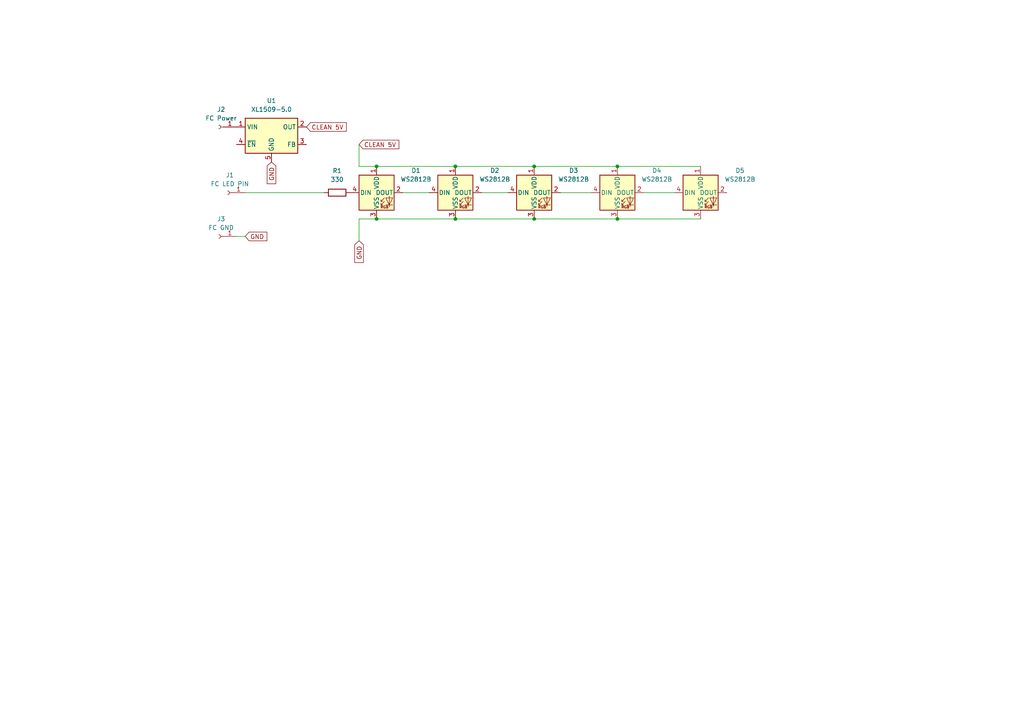
<source format=kicad_sch>
(kicad_sch (version 20250114) (generator "eeschema") (generator_version "9.0")
  (paper "A4")
  (lib_symbols
    (symbol "Connector:Conn_01x01_Socket" (pin_names (offset 1.016) (hide yes))
      (property "Reference" "J" (at 0 2.54 0))
      (property "Value" "Conn_01x01_Socket" (at 0 -2.54 0))
      (symbol "Conn_01x01_Socket_1_1"
        (polyline (pts (xy -1.27 0) (xy -0.508 0)) (stroke (width 0.1524)))
        (arc (start 0 -0.508) (mid -0.5058 0) (end 0 0.508) (stroke (width 0.1524)))
        (pin passive line (at -5.08 0 0) (length 3.81) (name "Pin_1") (number "1"))
      )
    )
    (symbol "Device:R" (pin_numbers (hide yes)) (pin_names (offset 0))
      (property "Reference" "R" (at 2.032 0 90))
      (property "Value" "R" (at 0 0 90))
      (symbol "R_0_1"
        (rectangle (start -1.016 -2.54) (end 1.016 2.54) (stroke (width 0.254)))
      )
      (symbol "R_1_1"
        (pin passive line (at 0 3.81 270) (length 1.27) (name "~") (number "1"))
        (pin passive line (at 0 -3.81 90) (length 1.27) (name "~") (number "2"))
      )
    )
    (symbol "LED:WS2812B" (pin_names (offset 0.254))
      (property "Reference" "D" (at 5.08 5.715 0))
      (property "Value" "WS2812B" (at 1.27 -5.715 0))
      (symbol "WS2812B_0_0"
        (text "RGB" (at 2.286 -4.191 0) (effects (font (size 0.762 0.762))))
      )
      (symbol "WS2812B_0_1"
        (polyline (pts (xy 1.27 -2.54) (xy 1.778 -2.54)))
        (polyline (pts (xy 1.27 -3.556) (xy 1.778 -3.556)))
        (polyline (pts (xy 2.286 -1.524) (xy 1.27 -2.54) (xy 1.27 -2.032)))
        (polyline (pts (xy 2.286 -2.54) (xy 1.27 -3.556) (xy 1.27 -3.048)))
        (polyline (pts (xy 3.683 -1.016) (xy 3.683 -3.556) (xy 3.683 -4.064)))
        (polyline (pts (xy 4.699 -1.524) (xy 2.667 -1.524) (xy 3.683 -3.556) (xy 4.699 -1.524)))
        (polyline (pts (xy 4.699 -3.556) (xy 2.667 -3.556)))
        (rectangle (start 5.08 5.08) (end -5.08 -5.08) (stroke (width 0.254)) (fill (type background)))
      )
      (symbol "WS2812B_1_1"
        (pin input line (at -7.62 0 0) (length 2.54) (name "DIN") (number "4"))
        (pin power_in line (at 0 7.62 270) (length 2.54) (name "VDD") (number "1"))
        (pin power_in line (at 0 -7.62 90) (length 2.54) (name "VSS") (number "3"))
        (pin output line (at 7.62 0 180) (length 2.54) (name "DOUT") (number "2"))
      )
    )
    (symbol "Regulator_Switching:XL1509-5.0"
      (property "Reference" "U" (at -7.112 6.096 0))
      (property "Value" "XL1509-5.0" (at 5.842 6.096 0))
      (symbol "XL1509-5.0_0_1"
        (rectangle (start -7.62 5.08) (end 7.62 -5.08) (stroke (width 0.254)) (fill (type background)))
      )
      (symbol "XL1509-5.0_1_1"
        (pin power_in line (at -10.16 2.54 0) (length 2.54) (name "VIN") (number "1"))
        (pin input line (at -10.16 -2.54 0) (length 2.54) (name "~{EN}") (number "4"))
        (pin power_in line (at 0 -7.62 90) (length 2.54) (name "GND") (number "5"))
        (pin passive line (at 0 -7.62 90) (length 2.54) (hide yes) (name "GND") (number "6"))
        (pin passive line (at 0 -7.62 90) (length 2.54) (hide yes) (name "GND") (number "7"))
        (pin passive line (at 0 -7.62 90) (length 2.54) (hide yes) (name "GND") (number "8"))
        (pin power_out line (at 10.16 2.54 180) (length 2.54) (name "OUT") (number "2"))
        (pin input line (at 10.16 -2.54 180) (length 2.54) (name "FB") (number "3"))
      )
    )
  )
  (junction (at 154.94 63.5))
  (junction (at 132.08 63.5))
  (junction (at 109.22 48.26))
  (junction (at 179.07 63.5))
  (junction (at 179.07 48.26))
  (junction (at 154.94 48.26))
  (junction (at 132.08 48.26))
  (junction (at 109.22 63.5))
  (wire (pts (xy 132.08 48.26) (xy 109.22 48.26)))
  (wire (pts (xy 186.69 55.88) (xy 195.58 55.88)))
  (wire (pts (xy 116.84 55.88) (xy 124.46 55.88)))
  (wire (pts (xy 68.58 68.58) (xy 71.12 68.58)))
  (wire (pts (xy 154.94 63.5) (xy 132.08 63.5)))
  (wire (pts (xy 104.14 63.5) (xy 104.14 69.85)))
  (wire (pts (xy 132.08 63.5) (xy 109.22 63.5)))
  (wire (pts (xy 162.56 55.88) (xy 171.45 55.88)))
  (wire (pts (xy 104.14 41.91) (xy 104.14 48.26)))
  (wire (pts (xy 179.07 63.5) (xy 154.94 63.5)))
  (wire (pts (xy 203.2 48.26) (xy 179.07 48.26)))
  (wire (pts (xy 139.7 55.88) (xy 147.32 55.88)))
  (wire (pts (xy 109.22 63.5) (xy 104.14 63.5)))
  (wire (pts (xy 179.07 48.26) (xy 154.94 48.26)))
  (wire (pts (xy 71.12 55.88) (xy 93.98 55.88)))
  (wire (pts (xy 154.94 48.26) (xy 132.08 48.26)))
  (wire (pts (xy 203.2 63.5) (xy 179.07 63.5)))
  (wire (pts (xy 109.22 48.26) (xy 104.14 48.26)))
  (global_label "GND" (shape input) (at 104.14 69.85 270) (property "Intersheetrefs" "${INTERSHEET_REFS}" (effects (hide yes))))
  (global_label "CLEAN 5V" (shape input) (at 104.14 41.91 0) (property "Intersheetrefs" "${INTERSHEET_REFS}" (effects (hide yes))))
  (global_label "GND" (shape input) (at 78.74 46.99 270) (property "Intersheetrefs" "${INTERSHEET_REFS}" (effects (hide yes))))
  (global_label "CLEAN 5V" (shape input) (at 88.9 36.83 0) (property "Intersheetrefs" "${INTERSHEET_REFS}" (effects (hide yes))))
  (global_label "GND" (shape input) (at 71.12 68.58 0) (property "Intersheetrefs" "${INTERSHEET_REFS}" (effects (hide yes))))
  (symbol (lib_id "LED:WS2812B") (at 132.08 55.88 0) (unit 1)
    (property "Reference" "D2" (at 143.51 49.4598 0))
    (property "Value" "WS2812B" (at 143.51 51.9998 0))
    (property "Footprint" "syssy:BAcklight" (effects (hide yes)))
    (property "Datasheet" "https://cdn-shop.adafruit.com/datasheets/WS2812B.pdf" (effects (hide yes)))
    (property "Description" "RGB LED with integrated controller" (effects (hide yes)))
  )
  (symbol (lib_id "LED:WS2812B") (at 179.07 55.88 0) (unit 1)
    (property "Reference" "D4" (at 190.5 49.4598 0))
    (property "Value" "WS2812B" (at 190.5 51.9998 0))
    (property "Footprint" "syssy:BAcklight" (effects (hide yes)))
    (property "Datasheet" "https://cdn-shop.adafruit.com/datasheets/WS2812B.pdf" (effects (hide yes)))
    (property "Description" "RGB LED with integrated controller" (effects (hide yes)))
  )
  (symbol (lib_id "LED:WS2812B") (at 203.2 55.88 0) (unit 1)
    (property "Reference" "D5" (at 214.63 49.4598 0))
    (property "Value" "WS2812B" (at 214.63 51.9998 0))
    (property "Footprint" "syssy:BAcklight" (effects (hide yes)))
    (property "Datasheet" "https://cdn-shop.adafruit.com/datasheets/WS2812B.pdf" (effects (hide yes)))
    (property "Description" "RGB LED with integrated controller" (effects (hide yes)))
  )
  (symbol (lib_id "Device:R") (at 97.79 55.88 270) (unit 1)
    (property "Reference" "R1" (at 97.79 49.53 90))
    (property "Value" "330" (at 97.79 52.07 90))
    (property "Footprint" "Resistor_THT:R_Axial_DIN0204_L3.6mm_D1.6mm_P5.08mm_Vertical" (effects (hide yes)))
    (property "Description" "Resistor" (effects (hide yes)))
  )
  (symbol (lib_id "Connector:Conn_01x01_Socket") (at 66.04 55.88 180) (unit 1)
    (property "Reference" "J1" (at 66.675 50.8 0))
    (property "Value" "FC LED PIN" (at 66.675 53.34 0))
    (property "Footprint" "Connector_PinHeader_2.54mm:PinHeader_1x01_P2.54mm_Vertical" (effects (hide yes)))
    (property "Description" "Generic connector, single row, 01x01, script generated" (effects (hide yes)))
  )
  (symbol (lib_id "Regulator_Switching:XL1509-5.0") (at 78.74 39.37 0) (unit 1)
    (property "Reference" "U1" (at 78.74 29.21 0))
    (property "Value" "XL1509-5.0" (at 78.74 31.75 0))
    (property "Footprint" "Package_SO:SOIC-8_3.9x4.9mm_P1.27mm" (effects (hide yes)))
    (property "Datasheet" "https://datasheet.lcsc.com/lcsc/1809050422_XLSEMI-XL1509-5-0E1_C61063.pdf" (effects (hide yes)))
    (property "Description" "Buck DC/DC Converter, 2A, 5V Output Voltage, 7-40V Input Voltage" (effects (hide yes)))
  )
  (symbol (lib_id "Connector:Conn_01x01_Socket") (at 63.5 68.58 180) (unit 1)
    (property "Reference" "J3" (at 64.135 63.5 0))
    (property "Value" "FC GND" (at 64.135 66.04 0))
    (property "Footprint" "Connector_PinHeader_2.54mm:PinHeader_1x01_P2.54mm_Vertical" (effects (hide yes)))
    (property "Description" "Generic connector, single row, 01x01, script generated" (effects (hide yes)))
  )
  (symbol (lib_id "LED:WS2812B") (at 109.22 55.88 0) (unit 1)
    (property "Reference" "D1" (at 120.65 49.4598 0))
    (property "Value" "WS2812B" (at 120.65 51.9998 0))
    (property "Footprint" "syssy:BAcklight" (effects (hide yes)))
    (property "Datasheet" "https://cdn-shop.adafruit.com/datasheets/WS2812B.pdf" (effects (hide yes)))
    (property "Description" "RGB LED with integrated controller" (effects (hide yes)))
  )
  (symbol (lib_id "Connector:Conn_01x01_Socket") (at 63.5 36.83 180) (unit 1)
    (property "Reference" "J2" (at 64.135 31.75 0))
    (property "Value" "FC Power" (at 64.135 34.29 0))
    (property "Footprint" "Connector_PinHeader_2.54mm:PinHeader_1x01_P2.54mm_Vertical" (effects (hide yes)))
    (property "Description" "Generic connector, single row, 01x01, script generated" (effects (hide yes)))
  )
  (symbol (lib_id "LED:WS2812B") (at 154.94 55.88 0) (unit 1)
    (property "Reference" "D3" (at 166.37 49.4598 0))
    (property "Value" "WS2812B" (at 166.37 51.9998 0))
    (property "Footprint" "syssy:BAcklight" (effects (hide yes)))
    (property "Datasheet" "https://cdn-shop.adafruit.com/datasheets/WS2812B.pdf" (effects (hide yes)))
    (property "Description" "RGB LED with integrated controller" (effects (hide yes)))
  )
)
</source>
